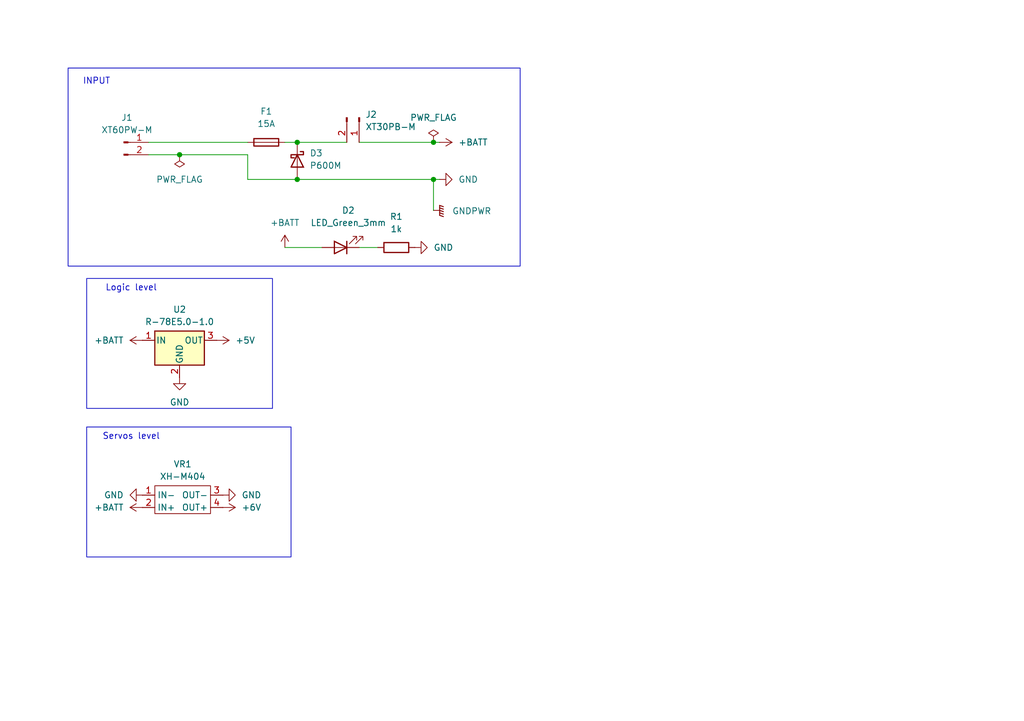
<source format=kicad_sch>
(kicad_sch (version 20250114) (generator "eeschema") (generator_version "9.0")
  (paper "A5")
  (title_block (title "Alimentation") (date "2025-12-28") (rev "1") (company "Game Team SLSC"))
  (lib_symbols
    (symbol "Connector:Conn_01x02_Pin" (pin_names (offset 1.016) (hide yes))
      (property "Reference" "J" (at 0 2.54 0))
      (property "Value" "Conn_01x02_Pin" (at 0 -5.08 0))
      (symbol "Conn_01x02_Pin_1_1"
        (rectangle (start 0.8636 0.127) (end 0 -0.127) (stroke (width 0.1524)) (fill (type outline)))
        (rectangle (start 0.8636 -2.413) (end 0 -2.667) (stroke (width 0.1524)) (fill (type outline)))
        (polyline (pts (xy 1.27 0) (xy 0.8636 0)) (stroke (width 0.1524)))
        (polyline (pts (xy 1.27 -2.54) (xy 0.8636 -2.54)) (stroke (width 0.1524)))
        (pin passive line (at 5.08 0 180) (length 3.81) (name "Pin_1") (number "1"))
        (pin passive line (at 5.08 -2.54 180) (length 3.81) (name "Pin_2") (number "2"))
      )
    )
    (symbol "Device:D_Schottky" (pin_numbers (hide yes)) (pin_names (offset 1.016) (hide yes))
      (property "Reference" "D" (at 0 2.54 0))
      (property "Value" "D_Schottky" (at 0 -2.54 0))
      (symbol "D_Schottky_0_1"
        (polyline (pts (xy -1.905 0.635) (xy -1.905 1.27) (xy -1.27 1.27) (xy -1.27 -1.27) (xy -0.635 -1.27) (xy -0.635 -0.635)) (stroke (width 0.254)))
        (polyline (pts (xy 1.27 1.27) (xy 1.27 -1.27) (xy -1.27 0) (xy 1.27 1.27)) (stroke (width 0.254)))
        (polyline (pts (xy 1.27 0) (xy -1.27 0)))
      )
      (symbol "D_Schottky_1_1"
        (pin passive line (at -3.81 0 0) (length 2.54) (name "K") (number "1"))
        (pin passive line (at 3.81 0 180) (length 2.54) (name "A") (number "2"))
      )
    )
    (symbol "Device:Fuse" (pin_numbers (hide yes)) (pin_names (offset 0))
      (property "Reference" "F" (at 2.032 0 90))
      (property "Value" "Fuse" (at -1.905 0 90))
      (symbol "Fuse_0_1"
        (rectangle (start -0.762 -2.54) (end 0.762 2.54) (stroke (width 0.254)))
        (polyline (pts (xy 0 2.54) (xy 0 -2.54)))
      )
      (symbol "Fuse_1_1"
        (pin passive line (at 0 3.81 270) (length 1.27) (name "~") (number "1"))
        (pin passive line (at 0 -3.81 90) (length 1.27) (name "~") (number "2"))
      )
    )
    (symbol "Device:LED" (pin_numbers (hide yes)) (pin_names (offset 1.016) (hide yes))
      (property "Reference" "D" (at 0 2.54 0))
      (property "Value" "LED" (at 0 -2.54 0))
      (symbol "LED_0_1"
        (polyline (pts (xy -3.048 -0.762) (xy -4.572 -2.286) (xy -3.81 -2.286) (xy -4.572 -2.286) (xy -4.572 -1.524)))
        (polyline (pts (xy -1.778 -0.762) (xy -3.302 -2.286) (xy -2.54 -2.286) (xy -3.302 -2.286) (xy -3.302 -1.524)))
        (polyline (pts (xy -1.27 0) (xy 1.27 0)))
        (polyline (pts (xy -1.27 -1.27) (xy -1.27 1.27)) (stroke (width 0.254)))
        (polyline (pts (xy 1.27 -1.27) (xy 1.27 1.27) (xy -1.27 0) (xy 1.27 -1.27)) (stroke (width 0.254)))
      )
      (symbol "LED_1_1"
        (pin passive line (at -3.81 0 0) (length 2.54) (name "K") (number "1"))
        (pin passive line (at 3.81 0 180) (length 2.54) (name "A") (number "2"))
      )
    )
    (symbol "Device:R" (pin_numbers (hide yes)) (pin_names (offset 0))
      (property "Reference" "R" (at 2.032 0 90))
      (property "Value" "R" (at 0 0 90))
      (symbol "R_0_1"
        (rectangle (start -1.016 -2.54) (end 1.016 2.54) (stroke (width 0.254)))
      )
      (symbol "R_1_1"
        (pin passive line (at 0 3.81 270) (length 1.27) (name "~") (number "1"))
        (pin passive line (at 0 -3.81 90) (length 1.27) (name "~") (number "2"))
      )
    )
    (symbol "Project:Voltage_Regulator_Module"
      (property "Reference" "VR" (at 1.27 10.16 0))
      (property "Value" "Voltage Regulator" (at 8.636 7.874 0))
      (symbol "Voltage_Regulator_Module_0_1"
        (rectangle (start 0 5.715) (end 11.43 0))
      )
      (symbol "Voltage_Regulator_Module_1_1"
        (pin power_in line (at -2.54 3.81 0) (length 2.54) (name "IN-") (number "1"))
        (pin power_in line (at -2.54 1.27 0) (length 2.54) (name "IN+") (number "2"))
        (pin power_in line (at 13.97 3.81 180) (length 2.54) (name "OUT-") (number "3"))
        (pin power_out line (at 13.97 1.27 180) (length 2.54) (name "OUT+") (number "4"))
      )
    )
    (symbol "Regulator_Switching:R-78E5.0-1.0" (pin_names (offset 0.254))
      (property "Reference" "U" (at -3.81 3.175 0))
      (property "Value" "R-78E5.0-1.0" (at 0 3.175 0))
      (symbol "R-78E5.0-1.0_0_1"
        (rectangle (start -5.08 1.905) (end 5.08 -5.08) (stroke (width 0.254)) (fill (type background)))
      )
      (symbol "R-78E5.0-1.0_1_1"
        (pin power_in line (at -7.62 0 0) (length 2.54) (name "IN") (number "1"))
        (pin power_in line (at 0 -7.62 90) (length 2.54) (name "GND") (number "2"))
        (pin power_out line (at 7.62 0 180) (length 2.54) (name "OUT") (number "3"))
      )
    )
    (symbol "power:+5VL" (power) (pin_numbers (hide yes)) (pin_names (offset 0) (hide yes))
      (property "Value" "+5VL" (at 0 3.556 0))
      (symbol "+5VL_0_1"
        (polyline (pts (xy -0.762 1.27) (xy 0 2.54)))
        (polyline (pts (xy 0 2.54) (xy 0.762 1.27)))
        (polyline (pts (xy 0 0) (xy 0 2.54)))
      )
      (symbol "+5VL_1_1"
        (pin power_in line (at 0 0 90) (length 0) (name "~") (number "1"))
      )
    )
    (symbol "power:+BATT" (power) (pin_numbers (hide yes)) (pin_names (offset 0) (hide yes))
      (property "Value" "+BATT" (at 0 3.556 0))
      (symbol "+BATT_0_1"
        (polyline (pts (xy -0.762 1.27) (xy 0 2.54)))
        (polyline (pts (xy 0 2.54) (xy 0.762 1.27)))
        (polyline (pts (xy 0 0) (xy 0 2.54)))
      )
      (symbol "+BATT_1_1"
        (pin power_in line (at 0 0 90) (length 0) (name "~") (number "1"))
      )
    )
    (symbol "power:GND" (power) (pin_numbers (hide yes)) (pin_names (offset 0) (hide yes))
      (property "Value" "GND" (at 0 -3.81 0))
      (symbol "GND_0_1"
        (polyline (pts (xy 0 0) (xy 0 -1.27) (xy 1.27 -1.27) (xy 0 -2.54) (xy -1.27 -1.27) (xy 0 -1.27)))
      )
      (symbol "GND_1_1"
        (pin power_in line (at 0 0 270) (length 0) (name "~") (number "1"))
      )
    )
    (symbol "power:GNDPWR" (power) (pin_numbers (hide yes)) (pin_names (offset 0) (hide yes))
      (property "Value" "GNDPWR" (at 0 -3.302 0))
      (symbol "GNDPWR_0_1"
        (polyline (pts (xy -1.016 -1.27) (xy -1.27 -2.032) (xy -1.27 -2.032)) (stroke (width 0.2032)))
        (polyline (pts (xy -0.508 -1.27) (xy -0.762 -2.032) (xy -0.762 -2.032)) (stroke (width 0.2032)))
        (polyline (pts (xy 0 -1.27) (xy 0 0)))
        (polyline (pts (xy 0 -1.27) (xy -0.254 -2.032) (xy -0.254 -2.032)) (stroke (width 0.2032)))
        (polyline (pts (xy 0.508 -1.27) (xy 0.254 -2.032) (xy 0.254 -2.032)) (stroke (width 0.2032)))
        (polyline (pts (xy 1.016 -1.27) (xy -1.016 -1.27) (xy -1.016 -1.27)) (stroke (width 0.2032)))
        (polyline (pts (xy 1.016 -1.27) (xy 0.762 -2.032) (xy 0.762 -2.032) (xy 0.762 -2.032)) (stroke (width 0.2032)))
      )
      (symbol "GNDPWR_1_1"
        (pin power_in line (at 0 0 270) (length 0) (name "~") (number "1"))
      )
    )
    (symbol "power:PWR_FLAG" (power) (pin_numbers (hide yes)) (pin_names (offset 0) (hide yes))
      (property "Value" "PWR_FLAG" (at 0 3.81 0))
      (symbol "PWR_FLAG_0_0"
        (pin power_out line (at 0 0 90) (length 0) (name "~") (number "1"))
      )
      (symbol "PWR_FLAG_0_1"
        (polyline (pts (xy 0 0) (xy 0 1.27) (xy -1.016 1.905) (xy 0 2.54) (xy 1.016 1.905) (xy 0 1.27)))
      )
    )
  )
  (rectangle (start 17.78 87.63) (end 59.69 114.3))
  (rectangle (start 17.78 57.15) (end 55.88 83.82))
  (rectangle (start 13.97 13.97) (end 106.68 54.61))
  (text "INPUT" (at 19.812 16.764 0) (effects (font (size 1.27 1.27))))
  (text "Servos level" (at 26.924 89.662 0) (effects (font (size 1.27 1.27))))
  (text "Logic level" (at 26.924 59.182 0) (effects (font (size 1.27 1.27))))
  (junction (at 36.83 31.75))
  (junction (at 60.96 29.21))
  (junction (at 88.9 29.21))
  (junction (at 60.96 36.83))
  (junction (at 88.9 36.83))
  (wire (pts (xy 77.47 50.8) (xy 73.66 50.8)))
  (wire (pts (xy 60.96 36.83) (xy 88.9 36.83)))
  (wire (pts (xy 88.9 36.83) (xy 90.17 36.83)))
  (wire (pts (xy 58.42 50.8) (xy 66.04 50.8)))
  (wire (pts (xy 50.8 36.83) (xy 50.8 31.75)))
  (wire (pts (xy 88.9 29.21) (xy 90.17 29.21)))
  (wire (pts (xy 50.8 36.83) (xy 60.96 36.83)))
  (wire (pts (xy 36.83 31.75) (xy 50.8 31.75)))
  (wire (pts (xy 30.48 29.21) (xy 50.8 29.21)))
  (wire (pts (xy 30.48 31.75) (xy 36.83 31.75)))
  (wire (pts (xy 88.9 43.18) (xy 88.9 36.83)))
  (wire (pts (xy 58.42 29.21) (xy 60.96 29.21)))
  (wire (pts (xy 60.96 29.21) (xy 71.12 29.21)))
  (wire (pts (xy 73.66 29.21) (xy 88.9 29.21)))
  (symbol (lib_id "power:GND") (at 45.72 101.6 90) (unit 1)
    (property "Reference" "#PWR010" (effects (hide yes)))
    (property "Value" "GND" (at 49.53 101.5999 90) (effects (justify right)))
    (property "Description" "Power symbol creates a global label with name \"GND\" , ground" (effects (hide yes)))
  )
  (symbol (lib_id "Device:R") (at 81.28 50.8 90) (unit 1)
    (property "Reference" "R1" (at 81.28 44.45 90))
    (property "Value" "1k" (at 81.28 46.99 90))
    (property "Description" "Resistor" (effects (hide yes)))
  )
  (symbol (lib_id "power:+BATT") (at 90.17 29.21 270) (unit 1)
    (property "Reference" "#PWR02" (effects (hide yes)))
    (property "Value" "+BATT" (at 93.98 29.2099 90) (effects (justify left)))
    (property "Description" "Power symbol creates a global label with name \"+BATT\"" (effects (hide yes)))
  )
  (symbol (lib_id "power:PWR_FLAG") (at 88.9 29.21 0) (unit 1)
    (property "Reference" "#FLG01" (effects (hide yes)))
    (property "Value" "PWR_FLAG" (at 88.9 24.13 0))
    (property "Description" "Special symbol for telling ERC where power comes from" (effects (hide yes)))
  )
  (symbol (lib_id "power:GND") (at 36.83 77.47 0) (unit 1)
    (property "Reference" "#PWR07" (effects (hide yes)))
    (property "Value" "GND" (at 36.83 82.55 0))
    (property "Description" "Power symbol creates a global label with name \"GND\" , ground" (effects (hide yes)))
  )
  (symbol (lib_id "Device:LED") (at 69.85 50.8 180) (unit 1)
    (property "Reference" "D2" (at 71.4375 43.18 0))
    (property "Value" "LED_Green_3mm" (at 71.4375 45.72 0))
    (property "Description" "Light emitting diode" (effects (hide yes)))
    (property "Sim.Pins" "1=K 2=A" (effects (hide yes)))
  )
  (symbol (lib_id "power:+BATT") (at 58.42 50.8 0) (unit 1)
    (property "Reference" "#PWR03" (effects (hide yes)))
    (property "Value" "+BATT" (at 58.42 45.72 0))
    (property "Description" "Power symbol creates a global label with name \"+BATT\"" (effects (hide yes)))
  )
  (symbol (lib_id "power:+BATT") (at 29.21 69.85 90) (unit 1)
    (property "Reference" "#PWR05" (effects (hide yes)))
    (property "Value" "+BATT" (at 25.4 69.8499 90) (effects (justify left)))
    (property "Description" "Power symbol creates a global label with name \"+BATT\"" (effects (hide yes)))
  )
  (symbol (lib_id "Project:Voltage_Regulator_Module") (at 31.75 105.41 0) (unit 1)
    (property "Reference" "VR1" (at 37.465 95.25 0))
    (property "Value" "XH-M404" (at 37.465 97.79 0))
  )
  (symbol (lib_id "power:GND") (at 85.09 50.8 90) (unit 1)
    (property "Reference" "#PWR04" (effects (hide yes)))
    (property "Value" "GND" (at 88.9 50.7999 90) (effects (justify right)))
    (property "Description" "Power symbol creates a global label with name \"GND\" , ground" (effects (hide yes)))
  )
  (symbol (lib_id "power:PWR_FLAG") (at 36.83 31.75 180) (unit 1)
    (property "Reference" "#FLG03" (effects (hide yes)))
    (property "Value" "PWR_FLAG" (at 36.83 36.83 0))
    (property "Description" "Special symbol for telling ERC where power comes from" (effects (hide yes)))
  )
  (symbol (lib_id "power:GND") (at 90.17 36.83 90) (unit 1)
    (property "Reference" "#PWR01" (effects (hide yes)))
    (property "Value" "GND" (at 93.98 36.8299 90) (effects (justify right)))
    (property "Description" "Power symbol creates a global label with name \"GND\" , ground" (effects (hide yes)))
  )
  (symbol (lib_id "Connector:Conn_01x02_Pin") (at 25.4 29.21 0) (unit 1)
    (property "Reference" "J1" (at 26.035 24.13 0))
    (property "Value" "XT60PW-M" (at 26.035 26.67 0))
    (property "Description" "Generic connector, single row, 01x02, script generated" (effects (hide yes)))
  )
  (symbol (lib_id "power:+5VL") (at 45.72 104.14 270) (unit 1)
    (property "Reference" "#PWR011" (effects (hide yes)))
    (property "Value" "+6V" (at 49.53 104.1399 90) (effects (justify left)))
    (property "Description" "Power symbol creates a global label with name \"+5VL\"" (effects (hide yes)))
  )
  (symbol (lib_id "power:GND") (at 29.21 101.6 270) (unit 1)
    (property "Reference" "#PWR09" (effects (hide yes)))
    (property "Value" "GND" (at 25.4 101.5999 90) (effects (justify right)))
    (property "Description" "Power symbol creates a global label with name \"GND\" , ground" (effects (hide yes)))
  )
  (symbol (lib_id "Regulator_Switching:R-78E5.0-1.0") (at 36.83 69.85 0) (unit 1)
    (property "Reference" "U2" (at 36.83 63.5 0))
    (property "Value" "R-78E5.0-1.0" (at 36.83 66.04 0))
    (property "Footprint" "Converter_DCDC:Converter_DCDC_RECOM_R-78E-0.5_THT" (effects (hide yes)))
    (property "Datasheet" "https://www.recom-power.com/pdf/Innoline/R-78Exx-1.0.pdf" (effects (hide yes)))
    (property "Description" "1A Step-Down DC/DC-Regulator, 7-28V input, 5V fixed Output Voltage, LM78xx replacement, -40°C to +85°C, SIP3" (effects (hide yes)))
  )
  (symbol (lib_id "Connector:Conn_01x02_Pin") (at 73.66 24.13 270) (unit 1)
    (property "Reference" "J2" (at 74.93 23.4949 90) (effects (justify left)))
    (property "Value" "XT30PB-M" (at 74.93 26.0349 90) (effects (justify left)))
    (property "Description" "Generic connector, single row, 01x02, script generated" (effects (hide yes)))
  )
  (symbol (lib_id "Device:D_Schottky") (at 60.96 33.02 270) (unit 1)
    (property "Reference" "D3" (at 63.5 31.4324 90) (effects (justify left)))
    (property "Value" "P600M" (at 63.5 33.9724 90) (effects (justify left)))
    (property "Description" "Schottky diode" (effects (hide yes)))
  )
  (symbol (lib_id "power:+BATT") (at 29.21 104.14 90) (unit 1)
    (property "Reference" "#PWR08" (effects (hide yes)))
    (property "Value" "+BATT" (at 25.4 104.1399 90) (effects (justify left)))
    (property "Description" "Power symbol creates a global label with name \"+BATT\"" (effects (hide yes)))
  )
  (symbol (lib_id "power:+5VL") (at 44.45 69.85 270) (unit 1)
    (property "Reference" "#PWR06" (effects (hide yes)))
    (property "Value" "+5V" (at 48.26 69.8499 90) (effects (justify left)))
    (property "Description" "Power symbol creates a global label with name \"+5VL\"" (effects (hide yes)))
  )
  (symbol (lib_id "Device:Fuse") (at 54.61 29.21 90) (unit 1)
    (property "Reference" "F1" (at 54.61 22.86 90))
    (property "Value" "15A" (at 54.61 25.4 90))
    (property "Description" "Fuse" (effects (hide yes)))
  )
  (symbol (lib_id "power:GNDPWR") (at 88.9 43.18 90) (unit 1)
    (property "Reference" "#PWR072" (effects (hide yes)))
    (property "Value" "GNDPWR" (at 92.71 43.3069 90) (effects (justify right)))
    (property "Description" "Power symbol creates a global label with name \"GNDPWR\" , global ground" (effects (hide yes)))
  )
)
</source>
